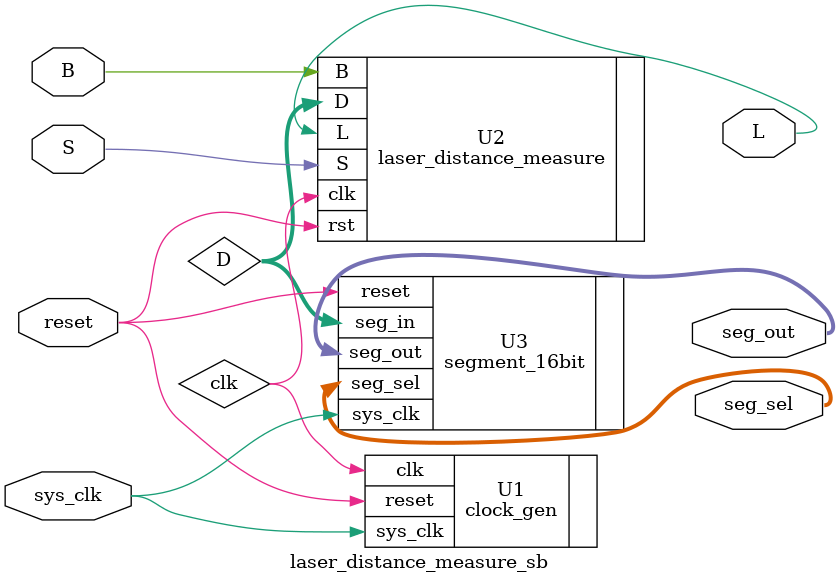
<source format=sv>
module laser_distance_measure_sb(
 input logic sys_clk, reset,
 input B, S,
 output logic [7:0] seg_out,
 output logic [3:0] seg_sel,
 output logic L);
//
logic clk;
logic [11:0] D;
logic [15:0] bcd;
//
clock_gen #(23) U1 (.sys_clk(sys_clk), .reset(reset), .clk(clk));
laser_distance_measure U2 (.clk(clk), .rst(reset),.B(B), .S(S), .D(D), .L(L));
segment_16bit U3 (.sys_clk(sys_clk), .reset(reset), .seg_in(D), .seg_sel(seg_sel), .seg_out(seg_out));
//bin2bcd_p #(16) U4(D, bcd); 
//segment_16bit U3 (.sys_clk(sys_clk), .reset(reset), .seg_in(bcd), .seg_sel(seg_sel), .seg_out(seg_out));
//
endmodule


</source>
